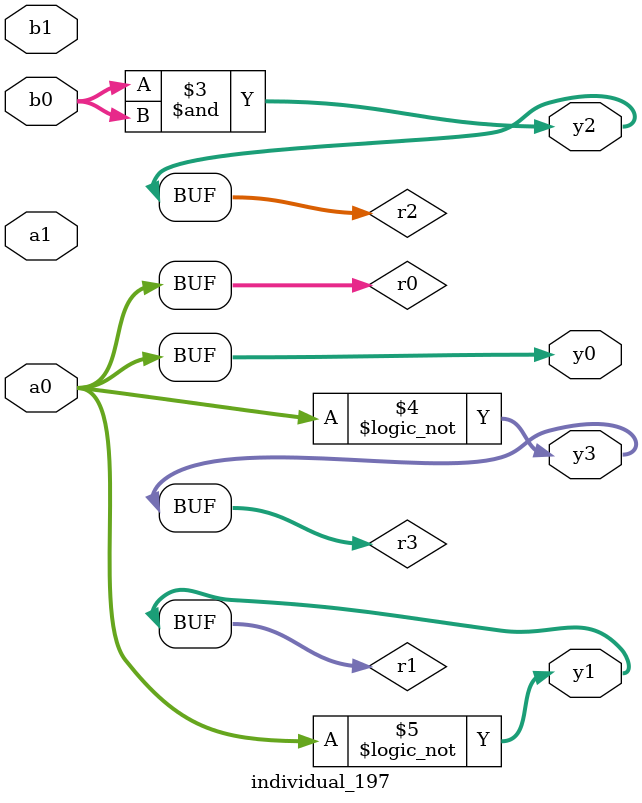
<source format=sv>
module individual_197(input logic [15:0] a1, input logic [15:0] a0, input logic [15:0] b1, input logic [15:0] b0, output logic [15:0] y3, output logic [15:0] y2, output logic [15:0] y1, output logic [15:0] y0);
logic [15:0] r0, r1, r2, r3; 
 always@(*) begin 
	 r0 = a0; r1 = a1; r2 = b0; r3 = b1; 
 	 r1  ^=  b0 ;
 	 r2  &=  r2 ;
 	 r3 = ! r0 ;
 	 r1 = ! a0 ;
 	 y3 = r3; y2 = r2; y1 = r1; y0 = r0; 
end
endmodule
</source>
